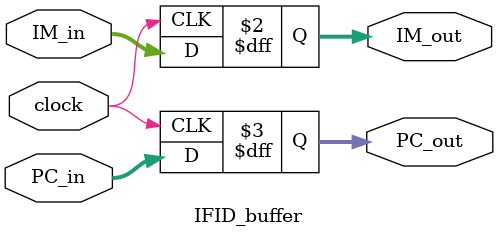
<source format=v>
`timescale 1ns / 1ps


module IFID_buffer(clock, IM_in, PC_in, IM_out, PC_out);
    input clock;
    
    input [31:0] IM_in;
    input [7:0] PC_in;
    
    output reg [31:0] IM_out;
    output reg [7:0] PC_out;
    
    always@(posedge clock)
    begin
        IM_out = IM_in;
        PC_out = PC_in;
    end
endmodule

</source>
